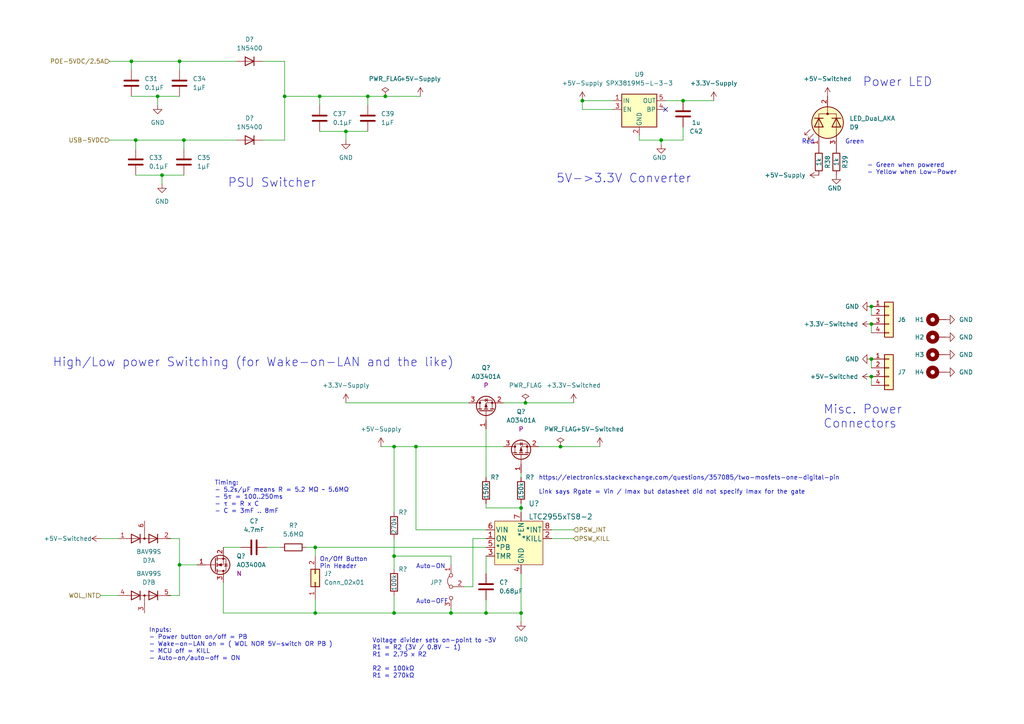
<source format=kicad_sch>
(kicad_sch (version 20211123) (generator eeschema)
  (paper "A4")
  (lib_symbols
    (symbol "Conn_01x04_1" (pin_names (offset 1.016) hide)
      (property "Reference" "J" (at 0 5.08 0))
      (property "Value" "Conn_01x04_1" (at 0 -7.62 0))
      (symbol "Conn_01x04_1_1_1"
        (rectangle (start -1.27 -4.953) (end 0 -5.207) (stroke (width 0.1524)))
        (rectangle (start -1.27 -2.413) (end 0 -2.667) (stroke (width 0.1524)))
        (rectangle (start -1.27 0.127) (end 0 -0.127) (stroke (width 0.1524)))
        (rectangle (start -1.27 2.667) (end 0 2.413) (stroke (width 0.1524)))
        (rectangle (start -1.27 3.81) (end 1.27 -6.35) (stroke (width 0.254)) (fill (type background)))
        (pin passive line (at -5.08 2.54 0) (length 3.81) (name "Pin_1") (number "1"))
        (pin passive line (at -5.08 0 0) (length 3.81) (name "Pin_2") (number "2"))
        (pin passive line (at -5.08 -2.54 0) (length 3.81) (name "Pin_3") (number "3"))
        (pin passive line (at -5.08 -5.08 0) (length 3.81) (name "Pin_4") (number "4"))
      )
    )
    (symbol "Connector_Generic:Conn_01x04" (pin_names (offset 1.016) hide)
      (property "Reference" "J" (at 0 5.08 0))
      (property "Value" "Conn_01x04" (at 0 -7.62 0))
      (symbol "Conn_01x04_1_1"
        (rectangle (start -1.27 -4.953) (end 0 -5.207) (stroke (width 0.1524)))
        (rectangle (start -1.27 -2.413) (end 0 -2.667) (stroke (width 0.1524)))
        (rectangle (start -1.27 0.127) (end 0 -0.127) (stroke (width 0.1524)))
        (rectangle (start -1.27 2.667) (end 0 2.413) (stroke (width 0.1524)))
        (rectangle (start -1.27 3.81) (end 1.27 -6.35) (stroke (width 0.254)) (fill (type background)))
        (pin passive line (at -5.08 2.54 0) (length 3.81) (name "Pin_1") (number "1"))
        (pin passive line (at -5.08 0 0) (length 3.81) (name "Pin_2") (number "2"))
        (pin passive line (at -5.08 -2.54 0) (length 3.81) (name "Pin_3") (number "3"))
        (pin passive line (at -5.08 -5.08 0) (length 3.81) (name "Pin_4") (number "4"))
      )
    )
    (symbol "Connector_Generic:Conn_02x01" (pin_names (offset 1.016) hide)
      (property "Reference" "J" (at 1.27 2.54 0))
      (property "Value" "Conn_02x01" (at 1.27 -2.54 0))
      (symbol "Conn_02x01_1_1"
        (rectangle (start -1.27 0.127) (end 0 -0.127) (stroke (width 0.1524)))
        (rectangle (start -1.27 1.27) (end 3.81 -1.27) (stroke (width 0.254)) (fill (type background)))
        (rectangle (start 3.81 0.127) (end 2.54 -0.127) (stroke (width 0.1524)))
        (pin passive line (at -5.08 0 0) (length 3.81) (name "Pin_1") (number "1"))
        (pin passive line (at 7.62 0 180) (length 3.81) (name "Pin_2") (number "2"))
      )
    )
    (symbol "Device:C" (pin_numbers hide) (pin_names (offset 0.254))
      (property "Reference" "C" (at 0.635 2.54 0))
      (property "Value" "C" (at 0.635 -2.54 0))
      (symbol "C_0_1"
        (polyline (pts (xy -2.032 -0.762) (xy 2.032 -0.762)) (stroke (width 0.508)))
        (polyline (pts (xy -2.032 0.762) (xy 2.032 0.762)) (stroke (width 0.508)))
      )
      (symbol "C_1_1"
        (pin passive line (at 0 3.81 270) (length 2.794) (name "~") (number "1"))
        (pin passive line (at 0 -3.81 90) (length 2.794) (name "~") (number "2"))
      )
    )
    (symbol "Device:LED_Dual_AKA" (pin_names (offset 0) hide)
      (property "Reference" "D" (at 0 5.715 0))
      (property "Value" "LED_Dual_AKA" (at 0 -6.35 0))
      (symbol "LED_Dual_AKA_0_1"
        (circle (center -2.54 0) (radius 0.2794) (fill (type outline)))
        (polyline (pts (xy -4.572 0) (xy -2.54 0)))
        (polyline (pts (xy -1.27 -1.27) (xy -1.27 -3.81)) (stroke (width 0.254)))
        (polyline (pts (xy -1.27 1.27) (xy -1.27 3.81)) (stroke (width 0.254)))
        (polyline (pts (xy 3.81 -2.54) (xy 1.905 -2.54)))
        (polyline (pts (xy 3.81 2.54) (xy 1.905 2.54)))
        (polyline (pts (xy 1.27 -3.81) (xy 1.27 -1.27) (xy -1.27 -2.54) (xy 1.27 -3.81)) (stroke (width 0.254)))
        (polyline (pts (xy 1.27 1.27) (xy 1.27 3.81) (xy -1.27 2.54) (xy 1.27 1.27)) (stroke (width 0.254)))
        (polyline (pts (xy 2.032 2.54) (xy -2.54 2.54) (xy -2.54 -2.54) (xy 2.032 -2.54)))
        (polyline (pts (xy 2.032 5.08) (xy 3.556 6.604) (xy 2.794 6.604) (xy 3.556 6.604) (xy 3.556 5.842)))
        (polyline (pts (xy 3.302 4.064) (xy 4.826 5.588) (xy 4.064 5.588) (xy 4.826 5.588) (xy 4.826 4.826)))
        (circle (center 0 0) (radius 4.572) (stroke (width 0.254)) (fill (type background)))
      )
      (symbol "LED_Dual_AKA_1_1"
        (pin input line (at 7.62 2.54 180) (length 3.81) (name "A1") (number "1"))
        (pin input line (at -7.62 0 0) (length 3.048) (name "K") (number "2"))
        (pin input line (at 7.62 -2.54 180) (length 3.81) (name "A2") (number "3"))
      )
    )
    (symbol "Device:R" (pin_numbers hide) (pin_names (offset 0))
      (property "Reference" "R" (at 2.032 0 90))
      (property "Value" "R" (at 0 0 90))
      (symbol "R_0_1"
        (rectangle (start -1.016 -2.54) (end 1.016 2.54) (stroke (width 0.254)))
      )
      (symbol "R_1_1"
        (pin passive line (at 0 3.81 270) (length 1.27) (name "~") (number "1"))
        (pin passive line (at 0 -3.81 90) (length 1.27) (name "~") (number "2"))
      )
    )
    (symbol "Diode:1N5400" (pin_numbers hide) (pin_names (offset 1.016) hide)
      (property "Reference" "D" (at 0 2.54 0))
      (property "Value" "1N5400" (at 0 -2.54 0))
      (symbol "1N5400_0_1"
        (polyline (pts (xy -1.27 1.27) (xy -1.27 -1.27)) (stroke (width 0.254)))
        (polyline (pts (xy 1.27 0) (xy -1.27 0)))
        (polyline (pts (xy 1.27 1.27) (xy 1.27 -1.27) (xy -1.27 0) (xy 1.27 1.27)) (stroke (width 0.254)))
      )
      (symbol "1N5400_1_1"
        (pin passive line (at -3.81 0 0) (length 2.54) (name "K") (number "1"))
        (pin passive line (at 3.81 0 180) (length 2.54) (name "A") (number "2"))
      )
    )
    (symbol "Diode:BAV99S" (pin_names (offset 0.0254) hide)
      (property "Reference" "D" (at 0 2.54 0))
      (property "Value" "BAV99S" (at 0 5.08 0))
      (symbol "BAV99S_0_1"
        (polyline (pts (xy -5.08 0) (xy 5.08 0)))
        (polyline (pts (xy 0 0) (xy 0 -2.54)))
        (polyline (pts (xy -1.27 -1.27) (xy -1.27 1.27) (xy -1.27 1.27)) (stroke (width 0.254)))
        (polyline (pts (xy 3.81 1.27) (xy 3.81 -1.27) (xy 3.81 -1.27)) (stroke (width 0.254)))
        (polyline (pts (xy -3.81 1.27) (xy -1.27 0) (xy -3.81 -1.27) (xy -3.81 1.27) (xy -3.81 1.27) (xy -3.81 1.27)) (stroke (width 0.254)))
        (polyline (pts (xy 1.27 1.27) (xy 3.81 0) (xy 1.27 -1.27) (xy 1.27 1.27) (xy 1.27 1.27) (xy 1.27 1.27)) (stroke (width 0.254)))
        (circle (center 0 0) (radius 0.254) (fill (type outline)))
      )
      (symbol "BAV99S_1_1"
        (polyline (pts (xy 6.35 0) (xy 7.62 0)))
        (pin passive line (at -7.62 0 0) (length 2.54) (name "A1") (number "1"))
        (pin passive line (at 7.62 0 180) (length 2.54) (name "K2") (number "2"))
        (pin passive line (at 0 -5.08 90) (length 2.54) (name "K3A4") (number "6"))
      )
      (symbol "BAV99S_2_1"
        (polyline (pts (xy 6.35 0) (xy 7.62 0)))
        (pin passive line (at 0 -5.08 90) (length 2.54) (name "K1A2") (number "3"))
        (pin passive line (at -7.62 0 0) (length 2.54) (name "A3") (number "4"))
        (pin passive line (at 7.62 0 180) (length 2.54) (name "K4") (number "5"))
      )
    )
    (symbol "Jumper:Jumper_3_Bridged12" (pin_names (offset 0) hide)
      (property "Reference" "JP" (at -2.54 -2.54 0))
      (property "Value" "Jumper_3_Bridged12" (at 0 2.794 0))
      (symbol "Jumper_3_Bridged12_0_0"
        (circle (center -3.302 0) (radius 0.508))
        (circle (center 0 0) (radius 0.508))
        (circle (center 3.302 0) (radius 0.508))
      )
      (symbol "Jumper_3_Bridged12_0_1"
        (arc (start -0.254 0.508) (mid -1.651 0.9912) (end -3.048 0.508))
        (polyline (pts (xy 0 -1.27) (xy 0 -0.508)))
      )
      (symbol "Jumper_3_Bridged12_1_1"
        (pin passive line (at -6.35 0 0) (length 2.54) (name "A") (number "1"))
        (pin passive line (at 0 -3.81 90) (length 2.54) (name "C") (number "2"))
        (pin passive line (at 6.35 0 180) (length 2.54) (name "B") (number "3"))
      )
    )
    (symbol "MOOD_Library:+3.3V-Supply" (power) (pin_names (offset 0))
      (property "Value" "+3.3V-Supply" (at 0 3.556 0))
      (symbol "+3.3V-Supply_0_1"
        (polyline (pts (xy -0.762 1.27) (xy 0 2.54)))
        (polyline (pts (xy 0 0) (xy 0 2.54)))
        (polyline (pts (xy 0 2.54) (xy 0.762 1.27)))
      )
      (symbol "+3.3V-Supply_1_1"
        (pin power_in line (at 0 0 90) (length 0) hide (name "+3.3V-Supply") (number "1"))
      )
    )
    (symbol "MOOD_Library:+3.3V-Switched" (power) (pin_names (offset 0))
      (property "Value" "+3.3V-Switched" (at 0 3.556 0))
      (symbol "+3.3V-Switched_0_1"
        (polyline (pts (xy -0.762 1.27) (xy 0 2.54)))
        (polyline (pts (xy 0 0) (xy 0 2.54)))
        (polyline (pts (xy 0 2.54) (xy 0.762 1.27)))
      )
      (symbol "+3.3V-Switched_1_1"
        (pin power_in line (at 0 0 90) (length 0) hide (name "+3.3V-Switched") (number "1"))
      )
    )
    (symbol "MOOD_Library:+5V-Supply" (power) (pin_names (offset 0))
      (property "Value" "+5V-Supply" (at 0 3.556 0))
      (symbol "+5V-Supply_0_1"
        (polyline (pts (xy -0.762 1.27) (xy 0 2.54)))
        (polyline (pts (xy 0 0) (xy 0 2.54)))
        (polyline (pts (xy 0 2.54) (xy 0.762 1.27)))
      )
      (symbol "+5V-Supply_1_1"
        (pin power_in line (at 0 0 90) (length 0) hide (name "+5V-Supply") (number "1"))
      )
    )
    (symbol "MOOD_Library:+5V-Switched" (power) (pin_names (offset 0))
      (property "Value" "+5V-Switched" (at 0 3.556 0))
      (symbol "+5V-Switched_0_1"
        (polyline (pts (xy -0.762 1.27) (xy 0 2.54)))
        (polyline (pts (xy 0 0) (xy 0 2.54)))
        (polyline (pts (xy 0 2.54) (xy 0.762 1.27)))
      )
      (symbol "+5V-Switched_1_1"
        (pin power_in line (at 0 0 90) (length 0) hide (name "+5V-Switched") (number "1"))
      )
    )
    (symbol "Mechanical:MountingHole_Pad" (pin_numbers hide) (pin_names (offset 1.016) hide)
      (property "Reference" "H" (at 0 6.35 0))
      (property "Value" "MountingHole_Pad" (at 0 4.445 0))
      (symbol "MountingHole_Pad_0_1"
        (circle (center 0 1.27) (radius 1.27) (stroke (width 1.27)))
      )
      (symbol "MountingHole_Pad_1_1"
        (pin input line (at 0 -2.54 90) (length 2.54) (name "1") (number "1"))
      )
    )
    (symbol "Regulator_Linear:SPX3819M5-L-3-3" (pin_names (offset 0.254))
      (property "Reference" "U" (at -3.81 5.715 0))
      (property "Value" "SPX3819M5-L-3-3" (at 0 5.715 0))
      (symbol "SPX3819M5-L-3-3_0_1"
        (rectangle (start -5.08 4.445) (end 5.08 -5.08) (stroke (width 0.254)) (fill (type background)))
      )
      (symbol "SPX3819M5-L-3-3_1_1"
        (pin power_in line (at -7.62 2.54 0) (length 2.54) (name "IN") (number "1"))
        (pin power_in line (at 0 -7.62 90) (length 2.54) (name "GND") (number "2"))
        (pin input line (at -7.62 0 0) (length 2.54) (name "EN") (number "3"))
        (pin input line (at 7.62 0 180) (length 2.54) (name "BP") (number "4"))
        (pin power_out line (at 7.62 2.54 180) (length 2.54) (name "OUT") (number "5"))
      )
    )
    (symbol "Transistor_FET:AO3400A" (pin_names hide)
      (property "Reference" "Q" (at 5.08 1.905 0))
      (property "Value" "AO3400A" (at 5.08 0 0))
      (symbol "AO3400A_0_1"
        (polyline (pts (xy 0.254 0) (xy -2.54 0)))
        (polyline (pts (xy 0.254 1.905) (xy 0.254 -1.905)) (stroke (width 0.254)))
        (polyline (pts (xy 0.762 -1.27) (xy 0.762 -2.286)) (stroke (width 0.254)))
        (polyline (pts (xy 0.762 0.508) (xy 0.762 -0.508)) (stroke (width 0.254)))
        (polyline (pts (xy 0.762 2.286) (xy 0.762 1.27)) (stroke (width 0.254)))
        (polyline (pts (xy 2.54 2.54) (xy 2.54 1.778)))
        (polyline (pts (xy 2.54 -2.54) (xy 2.54 0) (xy 0.762 0)))
        (polyline (pts (xy 0.762 -1.778) (xy 3.302 -1.778) (xy 3.302 1.778) (xy 0.762 1.778)))
        (polyline (pts (xy 1.016 0) (xy 2.032 0.381) (xy 2.032 -0.381) (xy 1.016 0)) (fill (type outline)))
        (polyline (pts (xy 2.794 0.508) (xy 2.921 0.381) (xy 3.683 0.381) (xy 3.81 0.254)))
        (polyline (pts (xy 3.302 0.381) (xy 2.921 -0.254) (xy 3.683 -0.254) (xy 3.302 0.381)))
        (circle (center 1.651 0) (radius 2.794) (stroke (width 0.254)))
        (circle (center 2.54 -1.778) (radius 0.254) (fill (type outline)))
        (circle (center 2.54 1.778) (radius 0.254) (fill (type outline)))
      )
      (symbol "AO3400A_1_1"
        (pin input line (at -5.08 0 0) (length 2.54) (name "G") (number "1"))
        (pin passive line (at 2.54 -5.08 90) (length 2.54) (name "S") (number "2"))
        (pin passive line (at 2.54 5.08 270) (length 2.54) (name "D") (number "3"))
      )
    )
    (symbol "Transistor_FET:AO3401A" (pin_names hide)
      (property "Reference" "Q" (at 5.08 1.905 0))
      (property "Value" "AO3401A" (at 5.08 0 0))
      (symbol "AO3401A_0_1"
        (polyline (pts (xy 0.254 0) (xy -2.54 0)))
        (polyline (pts (xy 0.254 1.905) (xy 0.254 -1.905)) (stroke (width 0.254)))
        (polyline (pts (xy 0.762 -1.27) (xy 0.762 -2.286)) (stroke (width 0.254)))
        (polyline (pts (xy 0.762 0.508) (xy 0.762 -0.508)) (stroke (width 0.254)))
        (polyline (pts (xy 0.762 2.286) (xy 0.762 1.27)) (stroke (width 0.254)))
        (polyline (pts (xy 2.54 2.54) (xy 2.54 1.778)))
        (polyline (pts (xy 2.54 -2.54) (xy 2.54 0) (xy 0.762 0)))
        (polyline (pts (xy 0.762 1.778) (xy 3.302 1.778) (xy 3.302 -1.778) (xy 0.762 -1.778)))
        (polyline (pts (xy 2.286 0) (xy 1.27 0.381) (xy 1.27 -0.381) (xy 2.286 0)) (fill (type outline)))
        (polyline (pts (xy 2.794 -0.508) (xy 2.921 -0.381) (xy 3.683 -0.381) (xy 3.81 -0.254)))
        (polyline (pts (xy 3.302 -0.381) (xy 2.921 0.254) (xy 3.683 0.254) (xy 3.302 -0.381)))
        (circle (center 1.651 0) (radius 2.794) (stroke (width 0.254)))
        (circle (center 2.54 -1.778) (radius 0.254) (fill (type outline)))
        (circle (center 2.54 1.778) (radius 0.254) (fill (type outline)))
      )
      (symbol "AO3401A_1_1"
        (pin input line (at -5.08 0 0) (length 2.54) (name "G") (number "1"))
        (pin passive line (at 2.54 -5.08 90) (length 2.54) (name "S") (number "2"))
        (pin passive line (at 2.54 5.08 270) (length 2.54) (name "D") (number "3"))
      )
    )
    (symbol "UltraLibrarian:LTC2955xTS8-2" (pin_names (offset 0.254))
      (property "Reference" "U" (at 13.97 3.81 0))
      (property "Value" "LTC2955xTS8-2" (at 17.78 1.27 0))
      (symbol "LTC2955xTS8-2_0_1"
        (rectangle (start 0 0) (end 13.97 -12.7) (fill (type background)))
      )
      (symbol "LTC2955xTS8-2_1_1"
        (pin input line (at -2.54 -5.08 0) (length 2.54) (name "ON") (number "1"))
        (pin input line (at 16.51 -5.08 180) (length 2.54) (name "*KILL") (number "2"))
        (pin unspecified line (at -2.54 -10.16 0) (length 2.54) (name "TMR") (number "3"))
        (pin power_in line (at 7.62 -15.24 90) (length 2.54) (name "GND") (number "4"))
        (pin input line (at -2.54 -7.62 0) (length 2.54) (name "*PB") (number "5"))
        (pin input line (at -2.54 -2.54 0) (length 2.54) (name "VIN") (number "6"))
        (pin output line (at 7.62 2.54 270) (length 2.54) (name "*EN") (number "7"))
        (pin output line (at 16.51 -2.54 180) (length 2.54) (name "*INT") (number "8"))
      )
    )
    (symbol "power:GND" (power) (pin_names (offset 0))
      (property "Value" "GND" (at 0 -3.81 0))
      (symbol "GND_0_1"
        (polyline (pts (xy 0 0) (xy 0 -1.27) (xy 1.27 -1.27) (xy 0 -2.54) (xy -1.27 -1.27) (xy 0 -1.27)))
      )
      (symbol "GND_1_1"
        (pin power_in line (at 0 0 270) (length 0) hide (name "GND") (number "1"))
      )
    )
    (symbol "power:PWR_FLAG" (power) (pin_numbers hide) (pin_names (offset 0) hide)
      (property "Value" "PWR_FLAG" (at 0 3.81 0))
      (symbol "PWR_FLAG_0_0"
        (pin power_out line (at 0 0 90) (length 0) (name "pwr") (number "1"))
      )
      (symbol "PWR_FLAG_0_1"
        (polyline (pts (xy 0 0) (xy 0 1.27) (xy -1.016 1.905) (xy 0 2.54) (xy 1.016 1.905) (xy 0 1.27)))
      )
    )
  )
  (junction (at 45.72 27.94))
  (junction (at 198.12 29.21))
  (junction (at 130.81 177.8))
  (junction (at 252.73 109.22))
  (junction (at 120.65 129.54))
  (junction (at 52.07 163.83))
  (junction (at 168.91 29.21))
  (junction (at 152.4 116.84))
  (junction (at 111.76 27.94))
  (junction (at 92.71 27.94))
  (junction (at 114.3 129.54))
  (junction (at 100.33 38.1))
  (junction (at 53.34 40.64))
  (junction (at 106.68 27.94))
  (junction (at 52.07 17.78))
  (junction (at 151.13 177.8))
  (junction (at 151.13 147.32))
  (junction (at 38.1 17.78))
  (junction (at 114.3 161.29))
  (junction (at 91.44 177.8))
  (junction (at 162.56 129.54))
  (junction (at 46.99 50.8))
  (junction (at 191.77 40.64))
  (junction (at 82.55 27.94))
  (junction (at 140.97 177.8))
  (junction (at 91.44 158.75))
  (junction (at 114.3 177.8))
  (junction (at 252.73 93.98))
  (junction (at 252.73 104.14))
  (junction (at 252.73 88.9))
  (junction (at 39.37 40.64))
  (no_connect (at 193.04 31.75))
  (wire (pts (xy 53.34 40.64) (xy 68.58 40.64)))
  (wire (pts (xy 100.33 38.1) (xy 106.68 38.1)))
  (wire (pts (xy 185.42 40.64) (xy 185.42 39.37)))
  (wire (pts (xy 114.3 177.8) (xy 130.81 177.8)))
  (wire (pts (xy 76.2 17.78) (xy 82.55 17.78)))
  (wire (pts (xy 252.73 109.22) (xy 252.73 111.76)))
  (wire (pts (xy 106.68 27.94) (xy 106.68 30.48)))
  (wire (pts (xy 92.71 27.94) (xy 106.68 27.94)))
  (wire (pts (xy 52.07 163.83) (xy 52.07 172.72)))
  (wire (pts (xy 52.07 17.78) (xy 52.07 20.32)))
  (wire (pts (xy 130.81 161.29) (xy 130.81 163.83)))
  (wire (pts (xy 39.37 40.64) (xy 53.34 40.64)))
  (wire (pts (xy 52.07 172.72) (xy 49.53 172.72)))
  (wire (pts (xy 120.65 129.54) (xy 146.05 129.54)))
  (wire (pts (xy 92.71 38.1) (xy 100.33 38.1)))
  (wire (pts (xy 91.44 158.75) (xy 140.97 158.75)))
  (wire (pts (xy 151.13 177.8) (xy 151.13 180.34)))
  (wire (pts (xy 91.44 177.8) (xy 64.77 177.8)))
  (wire (pts (xy 114.3 156.21) (xy 114.3 161.29)))
  (wire (pts (xy 91.44 177.8) (xy 91.44 173.99)))
  (wire (pts (xy 64.77 168.91) (xy 64.77 177.8)))
  (wire (pts (xy 162.56 129.54) (xy 173.99 129.54)))
  (wire (pts (xy 39.37 50.8) (xy 46.99 50.8)))
  (wire (pts (xy 140.97 161.29) (xy 140.97 166.37)))
  (wire (pts (xy 193.04 29.21) (xy 198.12 29.21)))
  (wire (pts (xy 152.4 116.84) (xy 166.37 116.84)))
  (wire (pts (xy 198.12 29.21) (xy 207.01 29.21)))
  (wire (pts (xy 160.02 153.67) (xy 166.37 153.67)))
  (wire (pts (xy 168.91 29.21) (xy 177.8 29.21)))
  (wire (pts (xy 140.97 156.21) (xy 137.16 156.21)))
  (wire (pts (xy 29.21 156.21) (xy 34.29 156.21)))
  (wire (pts (xy 82.55 17.78) (xy 82.55 27.94)))
  (wire (pts (xy 191.77 41.91) (xy 191.77 40.64)))
  (wire (pts (xy 76.2 40.64) (xy 82.55 40.64)))
  (wire (pts (xy 39.37 40.64) (xy 39.37 43.18)))
  (wire (pts (xy 31.75 40.64) (xy 39.37 40.64)))
  (wire (pts (xy 92.71 27.94) (xy 92.71 30.48)))
  (wire (pts (xy 82.55 27.94) (xy 82.55 40.64)))
  (wire (pts (xy 52.07 17.78) (xy 38.1 17.78)))
  (wire (pts (xy 252.73 88.9) (xy 252.73 91.44)))
  (wire (pts (xy 52.07 156.21) (xy 52.07 163.83)))
  (wire (pts (xy 34.29 172.72) (xy 29.21 172.72)))
  (wire (pts (xy 91.44 158.75) (xy 91.44 161.29)))
  (wire (pts (xy 114.3 165.1) (xy 114.3 161.29)))
  (wire (pts (xy 146.05 116.84) (xy 152.4 116.84)))
  (wire (pts (xy 114.3 129.54) (xy 114.3 148.59)))
  (wire (pts (xy 45.72 27.94) (xy 52.07 27.94)))
  (wire (pts (xy 130.81 177.8) (xy 140.97 177.8)))
  (wire (pts (xy 91.44 158.75) (xy 88.9 158.75)))
  (wire (pts (xy 151.13 146.05) (xy 151.13 147.32)))
  (wire (pts (xy 114.3 129.54) (xy 110.49 129.54)))
  (wire (pts (xy 100.33 116.84) (xy 135.89 116.84)))
  (wire (pts (xy 156.21 129.54) (xy 162.56 129.54)))
  (wire (pts (xy 137.16 156.21) (xy 137.16 170.18)))
  (wire (pts (xy 111.76 27.94) (xy 121.92 27.94)))
  (wire (pts (xy 57.15 163.83) (xy 52.07 163.83)))
  (wire (pts (xy 177.8 31.75) (xy 168.91 31.75)))
  (wire (pts (xy 114.3 172.72) (xy 114.3 177.8)))
  (wire (pts (xy 69.85 158.75) (xy 64.77 158.75)))
  (wire (pts (xy 45.72 27.94) (xy 45.72 30.48)))
  (wire (pts (xy 160.02 156.21) (xy 166.37 156.21)))
  (wire (pts (xy 151.13 147.32) (xy 140.97 147.32)))
  (wire (pts (xy 53.34 40.64) (xy 53.34 43.18)))
  (wire (pts (xy 140.97 173.99) (xy 140.97 177.8)))
  (wire (pts (xy 120.65 153.67) (xy 120.65 129.54)))
  (wire (pts (xy 151.13 137.16) (xy 151.13 138.43)))
  (wire (pts (xy 91.44 177.8) (xy 114.3 177.8)))
  (wire (pts (xy 140.97 177.8) (xy 151.13 177.8)))
  (wire (pts (xy 151.13 147.32) (xy 151.13 148.59)))
  (wire (pts (xy 140.97 124.46) (xy 140.97 138.43)))
  (wire (pts (xy 168.91 31.75) (xy 168.91 29.21)))
  (wire (pts (xy 252.73 93.98) (xy 252.73 96.52)))
  (wire (pts (xy 140.97 147.32) (xy 140.97 146.05)))
  (wire (pts (xy 46.99 50.8) (xy 46.99 53.34)))
  (wire (pts (xy 252.73 104.14) (xy 252.73 106.68)))
  (wire (pts (xy 120.65 129.54) (xy 114.3 129.54)))
  (wire (pts (xy 198.12 40.64) (xy 198.12 36.83)))
  (wire (pts (xy 52.07 17.78) (xy 68.58 17.78)))
  (wire (pts (xy 130.81 176.53) (xy 130.81 177.8)))
  (wire (pts (xy 106.68 27.94) (xy 111.76 27.94)))
  (wire (pts (xy 120.65 153.67) (xy 140.97 153.67)))
  (wire (pts (xy 100.33 38.1) (xy 100.33 40.64)))
  (wire (pts (xy 137.16 170.18) (xy 134.62 170.18)))
  (wire (pts (xy 38.1 27.94) (xy 45.72 27.94)))
  (wire (pts (xy 82.55 27.94) (xy 92.71 27.94)))
  (wire (pts (xy 52.07 156.21) (xy 49.53 156.21)))
  (wire (pts (xy 46.99 50.8) (xy 53.34 50.8)))
  (wire (pts (xy 185.42 40.64) (xy 191.77 40.64)))
  (wire (pts (xy 81.28 158.75) (xy 77.47 158.75)))
  (wire (pts (xy 151.13 166.37) (xy 151.13 177.8)))
  (wire (pts (xy 38.1 17.78) (xy 38.1 20.32)))
  (wire (pts (xy 114.3 161.29) (xy 130.81 161.29)))
  (wire (pts (xy 38.1 17.78) (xy 31.75 17.78)))
  (wire (pts (xy 191.77 40.64) (xy 198.12 40.64)))
  (text "On/Off Button\nPin Header" (at 92.71 165.1 0) (effects (font (size 1.27 1.27)) (justify left bottom)))
  (text "Green" (at 245.11 41.91 0) (effects (font (size 1.27 1.27)) (justify left bottom)))
  (text "Auto-OFF" (at 120.65 175.26 0) (effects (font (size 1.27 1.27)) (justify left bottom)))
  (text "High/Low power Switching (for Wake-on-LAN and the like)" (at 15.24 106.68 0) (effects (font (size 2.54 2.54)) (justify left bottom)))
  (text "Red" (at 236.22 41.91 180) (effects (font (size 1.27 1.27)) (justify right bottom)))
  (text "https://electronics.stackexchange.com/questions/357085/two-mosfets-one-digital-pin\n\nLink says Rgate = Vin / Imax but datasheet did not specify Imax for the gate" (at 156.21 143.51 0) (effects (font (size 1.27 1.27)) (justify left bottom)))
  (text "Timing: \n- 5.2s/μF means R = 5.2 MΩ ~ 5.6MΩ\n- 5τ = 100..250ms\n- τ = R x C\n- C = 3mF .. 8mF\n\n" (at 62.23 151.13 0) (effects (font (size 1.27 1.27)) (justify left bottom)))
  (text "- Green when powered\n- Yellow when Low-Power" (at 251.46 50.8 0) (effects (font (size 1.27 1.27)) (justify left bottom)))
  (text "Auto-ON" (at 120.65 165.1 0) (effects (font (size 1.27 1.27)) (justify left bottom)))
  (text "Power LED" (at 250.19 25.4 0) (effects (font (size 2.54 2.54)) (justify left bottom)))
  (text "Voltage divider sets on-point to ~3V\nR1 = R2 (3V / 0.8V - 1)\nR1 = 2.75 x R2\n\nR2 = 100kΩ\nR1 = 270kΩ" (at 107.95 196.85 0) (effects (font (size 1.27 1.27)) (justify left bottom)))
  (text "Misc. Power\nConnectors" (at 238.76 124.46 0) (effects (font (size 2.54 2.54)) (justify left bottom)))
  (text "Inputs:\n- Power button on/off = PB\n- Wake-on-LAN on = ( WOL NOR 5V-switch OR PB )\n- MCU off = KILL\n- Auto-on/auto-off = ON" (at 43.18 191.77 0) (effects (font (size 1.27 1.27)) (justify left bottom)))
  (text "5V->3.3V Converter" (at 161.29 53.34 0) (effects (font (size 2.54 2.54)) (justify left bottom)))
  (text "PSU Switcher" (at 66.04 54.61 0) (effects (font (size 2.54 2.54)) (justify left bottom)))
  (hierarchical_label "POE-5VDC{slash}2.5A" (shape input) (at 31.75 17.78 180))
  (hierarchical_label "PSW_KILL" (shape input) (at 166.37 156.21 0))
  (hierarchical_label "WOL_INT" (shape input) (at 29.21 172.72 180))
  (hierarchical_label "PSW_INT" (shape input) (at 166.37 153.67 0))
  (hierarchical_label "USB-5VDC" (shape input) (at 31.75 40.64 180))
  (symbol (lib_id "Device:C") (at 53.34 46.99 0) (unit 1)
    (property "Reference" "C35" (at 57.15 45.7199 0) (effects (justify left)))
    (property "Value" "1μF" (at 57.15 48.2599 0) (effects (justify left)))
    (property "Footprint" "Capacitor_SMD:C_0402_1005Metric" (effects hide))
  )
  (symbol (lib_id "Device:C") (at 140.97 170.18 0) (unit 1)
    (property "Reference" "C?" (at 144.78 168.9099 0) (effects (justify left)))
    (property "Value" "0.68μF" (at 144.78 171.4499 0) (effects (justify left)))
  )
  (symbol (lib_id "power:GND") (at 274.32 102.87 90) (unit 1)
    (property "Reference" "#PWR0153" (effects hide))
    (property "Value" "GND" (at 278.13 102.8699 90) (effects (justify right)))
  )
  (symbol (lib_id "power:GND") (at 151.13 180.34 0) (unit 1)
    (property "Reference" "#PWR?" (effects hide))
    (property "Value" "GND" (at 151.13 185.42 0))
  )
  (symbol (lib_id "Mechanical:MountingHole_Pad") (at 271.78 92.71 90) (unit 1)
    (property "Reference" "H1" (at 266.7 92.71 90))
    (property "Value" "MountingHole_Pad" (effects hide))
    (property "Footprint" "MountingHole:MountingHole_3.2mm_M3_DIN965_Pad" (effects hide))
  )
  (symbol (lib_id "power:GND") (at 252.73 104.14 270) (unit 1)
    (property "Reference" "#PWR0149" (effects hide))
    (property "Value" "GND" (at 245.11 104.14 90) (effects (justify left)))
  )
  (symbol (lib_id "Device:C") (at 92.71 34.29 0) (unit 1)
    (property "Reference" "C37" (at 96.52 33.0199 0) (effects (justify left)))
    (property "Value" "0.1μF" (at 96.52 35.5599 0) (effects (justify left)))
    (property "Footprint" "Capacitor_SMD:C_0402_1005Metric" (effects hide))
  )
  (symbol (lib_id "power:GND") (at 45.72 30.48 0) (unit 1)
    (property "Reference" "#PWR0161" (effects hide))
    (property "Value" "GND" (at 45.72 35.56 0))
  )
  (symbol (lib_id "Device:C") (at 106.68 34.29 0) (unit 1)
    (property "Reference" "C39" (at 110.49 33.0199 0) (effects (justify left)))
    (property "Value" "1μF" (at 110.49 35.5599 0) (effects (justify left)))
    (property "Footprint" "Capacitor_SMD:C_0402_1005Metric" (effects hide))
  )
  (symbol (lib_id "MOOD_Library:+5V-Switched") (at 252.73 109.22 90) (unit 1)
    (property "Reference" "#PWR0150" (effects hide))
    (property "Value" "+5V-Switched" (at 248.92 109.2199 90) (effects (justify left)))
  )
  (symbol (lib_id "power:GND") (at 274.32 97.79 90) (unit 1)
    (property "Reference" "#PWR0154" (effects hide))
    (property "Value" "GND" (at 278.13 97.7899 90) (effects (justify right)))
  )
  (symbol (lib_id "power:GND") (at 191.77 41.91 0) (mirror y) (unit 1)
    (property "Reference" "#PWR0136" (effects hide))
    (property "Value" "GND" (at 189.23 45.72 0) (effects (justify right)))
  )
  (symbol (lib_id "Device:R") (at 151.13 142.24 0) (unit 1)
    (property "Reference" "R?" (at 152.4 138.43 0) (effects (justify left)))
    (property "Value" "150k" (at 151.13 144.78 90) (effects (justify left)))
  )
  (symbol (lib_id "MOOD_Library:+3.3V-Switched") (at 166.37 116.84 0) (unit 1)
    (property "Reference" "#PWR?" (effects hide))
    (property "Value" "+3.3V-Switched" (at 166.37 111.76 0))
  )
  (symbol (lib_id "Device:R") (at 237.49 46.99 0) (mirror x) (unit 1)
    (property "Reference" "R38" (at 240.03 46.99 90))
    (property "Value" "1k" (at 237.49 46.99 90))
    (property "Footprint" "Resistor_SMD:R_0402_1005Metric" (effects hide))
    (property "LCSC" "C11702" (effects hide))
  )
  (symbol (lib_id "Device:R") (at 114.3 168.91 0) (unit 1)
    (property "Reference" "R?" (at 115.57 165.1 0) (effects (justify left)))
    (property "Value" "100k" (at 114.3 171.45 90) (effects (justify left)))
  )
  (symbol (lib_id "MOOD_Library:+5V-Supply") (at 168.91 29.21 0) (unit 1)
    (property "Reference" "#PWR0137" (effects hide))
    (property "Value" "+5V-Supply" (at 168.91 24.13 0))
  )
  (symbol (lib_id "MOOD_Library:+3.3V-Supply") (at 100.33 116.84 0) (unit 1)
    (property "Reference" "#PWR?" (effects hide))
    (property "Value" "+3.3V-Supply" (at 100.33 111.76 0))
  )
  (symbol (lib_id "power:GND") (at 100.33 40.64 0) (unit 1)
    (property "Reference" "#PWR0141" (effects hide))
    (property "Value" "GND" (at 100.33 45.72 0))
  )
  (symbol (lib_id "MOOD_Library:+3.3V-Supply") (at 207.01 29.21 0) (unit 1)
    (property "Reference" "#PWR0132" (effects hide))
    (property "Value" "+3.3V-Supply" (at 207.01 24.13 0))
  )
  (symbol (lib_id "MOOD_Library:+5V-Supply") (at 237.49 50.8 90) (unit 1)
    (property "Reference" "#PWR0133" (effects hide))
    (property "Value" "+5V-Supply" (at 233.68 50.7999 90) (effects (justify left)))
  )
  (symbol (lib_id "Transistor_FET:AO3401A") (at 140.97 119.38 90) (unit 1)
    (property "Reference" "Q?" (at 140.97 106.68 90))
    (property "Value" "AO3401A" (at 140.97 109.22 90))
    (property "Footprint" "Package_TO_SOT_SMD:SOT-23" (effects hide))
    (property "Datasheet" "http://www.aosmd.com/pdfs/datasheet/AO3401A.pdf" (effects hide))
    (property "Type" "P" (at 140.97 111.76 90))
  )
  (symbol (lib_id "Device:C") (at 52.07 24.13 0) (unit 1)
    (property "Reference" "C34" (at 55.88 22.8599 0) (effects (justify left)))
    (property "Value" "1μF" (at 55.88 25.3999 0) (effects (justify left)))
    (property "Footprint" "Capacitor_SMD:C_0402_1005Metric" (effects hide))
  )
  (symbol (lib_id "power:GND") (at 274.32 92.71 90) (unit 1)
    (property "Reference" "#PWR0155" (effects hide))
    (property "Value" "GND" (at 278.13 92.7099 90) (effects (justify right)))
  )
  (symbol (lib_name "Conn_01x04_1") (lib_id "Connector_Generic:Conn_01x04") (at 257.81 106.68 0) (unit 1)
    (property "Reference" "J7" (at 260.35 107.9499 0) (effects (justify left)))
    (property "Value" "Conn_01x04" (effects hide))
    (property "Footprint" "Connector_JST:JST_XH_B4B-XH-A_1x04_P2.50mm_Vertical" (effects hide))
  )
  (symbol (lib_id "Device:R") (at 242.57 46.99 0) (mirror x) (unit 1)
    (property "Reference" "R39" (at 245.11 46.99 90))
    (property "Value" "1k" (at 242.57 46.99 90))
    (property "Footprint" "Resistor_SMD:R_0402_1005Metric" (effects hide))
    (property "LCSC" "C11702" (effects hide))
  )
  (symbol (lib_id "Device:C") (at 38.1 24.13 0) (unit 1)
    (property "Reference" "C31" (at 41.91 22.8599 0) (effects (justify left)))
    (property "Value" "0.1μF" (at 41.91 25.3999 0) (effects (justify left)))
    (property "Footprint" "Capacitor_SMD:C_0402_1005Metric" (effects hide))
  )
  (symbol (lib_id "Device:LED_Dual_AKA") (at 240.03 35.56 90) (mirror x) (unit 1)
    (property "Reference" "D9" (at 246.38 36.8936 90) (effects (justify right)))
    (property "Value" "LED_Dual_AKA" (at 246.38 34.3536 90) (effects (justify right)))
  )
  (symbol (lib_id "Mechanical:MountingHole_Pad") (at 271.78 102.87 90) (unit 1)
    (property "Reference" "H3" (at 266.7 102.87 90))
    (property "Value" "MountingHole_Pad" (effects hide))
    (property "Footprint" "MountingHole:MountingHole_3.2mm_M3_DIN965_Pad" (effects hide))
  )
  (symbol (lib_id "power:GND") (at 252.73 88.9 270) (unit 1)
    (property "Reference" "#PWR0145" (effects hide))
    (property "Value" "GND" (at 245.11 88.9 90) (effects (justify left)))
  )
  (symbol (lib_id "power:PWR_FLAG") (at 152.4 116.84 0) (unit 1)
    (property "Reference" "#FLG?" (effects hide))
    (property "Value" "PWR_FLAG" (at 152.4 111.76 0))
  )
  (symbol (lib_id "MOOD_Library:+5V-Switched") (at 29.21 156.21 90) (mirror x) (unit 1)
    (property "Reference" "#PWR?" (effects hide))
    (property "Value" "+5V-Switched" (at 26.67 156.2101 90) (effects (justify left)))
  )
  (symbol (lib_id "Device:R") (at 114.3 152.4 0) (unit 1)
    (property "Reference" "R?" (at 115.57 148.59 0) (effects (justify left)))
    (property "Value" "270k" (at 114.3 154.94 90) (effects (justify left)))
  )
  (symbol (lib_id "MOOD_Library:+5V-Supply") (at 121.92 27.94 0) (unit 1)
    (property "Reference" "#PWR0131" (effects hide))
    (property "Value" "+5V-Supply" (at 121.92 22.86 0))
  )
  (symbol (lib_id "Mechanical:MountingHole_Pad") (at 271.78 97.79 90) (unit 1)
    (property "Reference" "H2" (at 266.7 97.79 90))
    (property "Value" "MountingHole_Pad" (effects hide))
    (property "Footprint" "MountingHole:MountingHole_3.2mm_M3_DIN965_Pad" (effects hide))
  )
  (symbol (lib_id "Device:R") (at 85.09 158.75 90) (unit 1)
    (property "Reference" "R?" (at 85.09 152.4 90))
    (property "Value" "5.6MΩ" (at 85.09 154.94 90))
  )
  (symbol (lib_id "Diode:BAV99S") (at 41.91 156.21 0) (mirror x) (unit 1)
    (property "Reference" "D?" (at 43.18 162.56 0))
    (property "Value" "BAV99S" (at 43.18 160.02 0))
    (property "Footprint" "Package_TO_SOT_SMD:SOT-363_SC-70-6" (effects hide))
    (property "Datasheet" "https://assets.nexperia.com/documents/data-sheet/BAV99_SER.pdf" (effects hide))
  )
  (symbol (lib_id "Connector_Generic:Conn_02x01") (at 91.44 168.91 90) (unit 1)
    (property "Reference" "J?" (at 93.98 166.3699 90) (effects (justify right)))
    (property "Value" "Conn_02x01" (at 93.98 168.9099 90) (effects (justify right)))
  )
  (symbol (lib_id "MOOD_Library:+3.3V-Switched") (at 252.73 93.98 90) (unit 1)
    (property "Reference" "#PWR0148" (effects hide))
    (property "Value" "+3.3V-Switched" (at 248.92 93.9799 90) (effects (justify left)))
  )
  (symbol (lib_id "MOOD_Library:+5V-Supply") (at 110.49 129.54 0) (unit 1)
    (property "Reference" "#PWR?" (effects hide))
    (property "Value" "+5V-Supply" (at 110.49 124.46 0))
  )
  (symbol (lib_id "Diode:1N5400") (at 72.39 17.78 0) (mirror y) (unit 1)
    (property "Reference" "D?" (at 72.39 11.43 0))
    (property "Value" "1N5400" (at 72.39 13.97 0))
    (property "Footprint" "Diode_THT:D_DO-201AD_P15.24mm_Horizontal" (effects hide))
    (property "Datasheet" "http://www.vishay.com/docs/88516/1n5400.pdf" (effects hide))
  )
  (symbol (lib_id "UltraLibrarian:LTC2955xTS8-2") (at 143.51 151.13 0) (unit 1)
    (property "Reference" "U?" (at 153.2751 146.05 0) (effects (font (size 1.524 1.524)) (justify left)))
    (property "Value" "LTC2955xTS8-2" (at 153.2751 149.86 0) (effects (font (size 1.524 1.524)) (justify left)))
    (property "Footprint" "TSOT-23_TS8_LIT" (effects hide))
    (property "Datasheet" "https://datasheet.lcsc.com/lcsc/2001091834_Analog-Devices-LTC2955ITS8-1-TRMPBF_C473668.pdf" (effects hide))
  )
  (symbol (lib_id "MOOD_Library:+5V-Switched") (at 240.03 27.94 0) (unit 1)
    (property "Reference" "#PWR0140" (effects hide))
    (property "Value" "+5V-Switched" (at 240.03 22.86 0))
  )
  (symbol (lib_id "power:GND") (at 46.99 53.34 0) (unit 1)
    (property "Reference" "#PWR0159" (effects hide))
    (property "Value" "GND" (at 46.99 58.42 0))
  )
  (symbol (lib_id "Mechanical:MountingHole_Pad") (at 271.78 107.95 90) (unit 1)
    (property "Reference" "H4" (at 266.7 107.95 90))
    (property "Value" "MountingHole_Pad" (effects hide))
    (property "Footprint" "MountingHole:MountingHole_3.2mm_M3_DIN965_Pad" (effects hide))
  )
  (symbol (lib_id "Device:C") (at 73.66 158.75 90) (unit 1)
    (property "Reference" "C?" (at 73.66 151.13 90))
    (property "Value" "4.7mF" (at 73.66 153.67 90))
  )
  (symbol (lib_id "Diode:1N5400") (at 72.39 40.64 0) (mirror y) (unit 1)
    (property "Reference" "D?" (at 72.39 34.29 0))
    (property "Value" "1N5400" (at 72.39 36.83 0))
    (property "Footprint" "Diode_THT:D_DO-201AD_P15.24mm_Horizontal" (effects hide))
    (property "Datasheet" "http://www.vishay.com/docs/88516/1n5400.pdf" (effects hide))
  )
  (symbol (lib_id "Device:C") (at 198.12 33.02 0) (mirror x) (unit 1)
    (property "Reference" "C42" (at 201.93 38.1 0))
    (property "Value" "1u" (at 201.93 35.56 0))
    (property "Footprint" "Capacitor_SMD:C_0402_1005Metric" (effects hide))
    (property "LCSC" "C52923" (effects hide))
  )
  (symbol (lib_id "Device:C") (at 39.37 46.99 0) (unit 1)
    (property "Reference" "C33" (at 43.18 45.7199 0) (effects (justify left)))
    (property "Value" "0.1μF" (at 43.18 48.2599 0) (effects (justify left)))
    (property "Footprint" "Capacitor_SMD:C_0402_1005Metric" (effects hide))
  )
  (symbol (lib_id "Connector_Generic:Conn_01x04") (at 257.81 91.44 0) (unit 1)
    (property "Reference" "J6" (at 260.35 92.7099 0) (effects (justify left)))
    (property "Value" "Conn_01x04" (effects hide))
    (property "Footprint" "Connector_JST:JST_XH_B4B-XH-A_1x04_P2.50mm_Vertical" (effects hide))
  )
  (symbol (lib_id "power:GND") (at 242.57 50.8 0) (unit 1)
    (property "Reference" "#PWR0134" (effects hide))
    (property "Value" "GND" (at 240.03 54.61 0) (effects (justify left)))
  )
  (symbol (lib_id "Device:R") (at 140.97 142.24 0) (unit 1)
    (property "Reference" "R?" (at 142.24 138.43 0) (effects (justify left)))
    (property "Value" "150k" (at 140.97 144.78 90) (effects (justify left)))
  )
  (symbol (lib_id "Transistor_FET:AO3401A") (at 151.13 132.08 90) (unit 1)
    (property "Reference" "Q?" (at 151.13 119.38 90))
    (property "Value" "AO3401A" (at 151.13 121.92 90))
    (property "Footprint" "Package_TO_SOT_SMD:SOT-23" (effects hide))
    (property "Datasheet" "http://www.aosmd.com/pdfs/datasheet/AO3401A.pdf" (effects hide))
    (property "Type" "P" (at 151.13 124.46 90))
  )
  (symbol (lib_id "Diode:BAV99S") (at 41.91 172.72 0) (unit 2)
    (property "Reference" "D?" (at 43.18 168.91 0))
    (property "Value" "BAV99S" (at 43.18 166.37 0))
    (property "Footprint" "Package_TO_SOT_SMD:SOT-363_SC-70-6" (effects hide))
    (property "Datasheet" "https://assets.nexperia.com/documents/data-sheet/BAV99_SER.pdf" (effects hide))
  )
  (symbol (lib_id "Transistor_FET:AO3400A") (at 62.23 163.83 0) (mirror x) (unit 1)
    (property "Reference" "Q?" (at 68.58 161.2899 0) (effects (justify left)))
    (property "Value" "AO3400A" (at 68.58 163.8299 0) (effects (justify left)))
    (property "Footprint" "Package_TO_SOT_SMD:SOT-23" (effects hide))
    (property "Datasheet" "http://www.aosmd.com/pdfs/datasheet/AO3400A.pdf" (effects hide))
    (property "Type" "N" (at 68.58 166.3699 0) (effects (justify left)))
  )
  (symbol (lib_id "MOOD_Library:+5V-Switched") (at 173.99 129.54 0) (unit 1)
    (property "Reference" "#PWR?" (effects hide))
    (property "Value" "+5V-Switched" (at 173.99 124.46 0))
  )
  (symbol (lib_id "power:PWR_FLAG") (at 162.56 129.54 0) (unit 1)
    (property "Reference" "#FLG?" (effects hide))
    (property "Value" "PWR_FLAG" (at 162.56 124.46 0))
  )
  (symbol (lib_id "power:GND") (at 274.32 107.95 90) (unit 1)
    (property "Reference" "#PWR0156" (effects hide))
    (property "Value" "GND" (at 278.13 107.9499 90) (effects (justify right)))
  )
  (symbol (lib_id "Regulator_Linear:SPX3819M5-L-3-3") (at 185.42 31.75 0) (unit 1)
    (property "Reference" "U9" (at 185.42 21.59 0))
    (property "Value" "SPX3819M5-L-3-3" (at 185.42 24.13 0))
    (property "Footprint" "Package_TO_SOT_SMD:SOT-23-5" (effects hide))
    (property "Datasheet" "https://www.exar.com/content/document.ashx?id=22106&languageid=1033&type=Datasheet&partnumber=SPX3819&filename=SPX3819.pdf&part=SPX3819" (effects hide))
  )
  (symbol (lib_id "power:PWR_FLAG") (at 111.76 27.94 0) (unit 1)
    (property "Reference" "#FLG03" (effects hide))
    (property "Value" "PWR_FLAG" (at 111.76 22.86 0))
  )
  (symbol (lib_id "Jumper:Jumper_3_Bridged12") (at 130.81 170.18 90) (mirror x) (unit 1)
    (property "Reference" "JP?" (at 128.27 168.9099 90) (effects (justify left)))
    (property "Value" "Jumper_3_Bridged12" (effects hide))
  )
)
</source>
